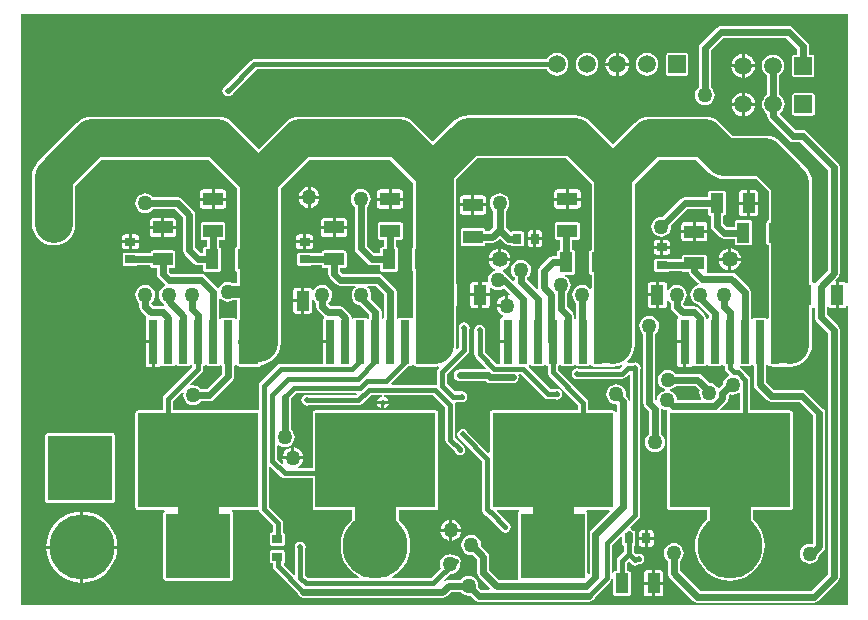
<source format=gbl>
%FSTAX42Y42*%
%MOMM*%
%SFA1B1*%

%IPPOS*%
%ADD11R,1.699997X1.099998*%
%ADD13R,0.699999X0.899998*%
%ADD14R,0.899998X0.699999*%
%ADD16R,1.099998X1.699997*%
%ADD23C,0.449999*%
%ADD24C,0.599999*%
%ADD26C,3.499993*%
%ADD27C,3.249993*%
%ADD28R,1.499997X1.499997*%
%ADD29C,1.499997*%
%ADD30R,5.499989X5.499989*%
%ADD31C,5.499989*%
%ADD32R,5.499989X5.499989*%
%ADD33C,1.349997*%
%ADD34R,1.349997X1.349997*%
%ADD35C,1.269997*%
%ADD36C,0.499999*%
%ADD37C,1.999996*%
%ADD38R,10.249980X7.999984*%
%ADD39R,0.799998X3.699993*%
%ADD40C,0.999998*%
%ADD41R,1.629997X0.749999*%
%ADD42R,1.629997X0.749999*%
%ADD43R,1.499997X0.629999*%
%LNwhey_agr_agr_pcb-1*%
%LPD*%
G36*
X006999Y002723D02*
D01*
X006986Y002721*
X006982Y002727*
X006974Y002733*
X006964Y002735*
X006922*
Y002624*
Y002513*
X006964*
X006974Y002515*
X006982Y002521*
X006986Y002527*
X006999Y002525*
Y0*
X006993Y-000005*
X000002*
X-000005Y000002*
X0Y004999*
X006999*
Y002723*
G37*
%LNwhey_agr_agr_pcb-2*%
%LPC*%
G36*
X000995Y003061D02*
X000937D01*
Y003013*
X000969*
X000979Y003015*
X000987Y003021*
X000993Y003029*
X000995Y003039*
Y003061*
G37*
G36*
X000911D02*
X000853D01*
Y003039*
X000855Y003029*
X000861Y003021*
X000869Y003015*
X000879Y003013*
X000911*
Y003061*
G37*
G36*
X005411Y003085D02*
X005379D01*
X005369Y003083*
X005361Y003077*
X005355Y003069*
X005353Y003059*
Y003037*
X005411*
Y003085*
G37*
G36*
X005469D02*
X005437D01*
Y003037*
X005495*
Y003059*
X005493Y003069*
X005487Y003077*
X005479Y003083*
X005469Y003085*
G37*
G36*
X005495Y003011D02*
X005437D01*
Y002963*
X005469*
X005479Y002965*
X005487Y002971*
X005493Y002979*
X005495Y002989*
Y003011*
G37*
G36*
X005986Y003016D02*
X005975Y003015D01*
X005952Y003005*
X005933Y00299*
X005918Y002971*
X005908Y002948*
X005907Y002937*
X005986*
Y003016*
G37*
G36*
X006091Y002911D02*
X006012D01*
Y002832*
X006023Y002833*
X006046Y002843*
X006065Y002858*
X00608Y002877*
X00609Y0029*
X006091Y002911*
G37*
G36*
X005411Y003011D02*
X005353D01*
Y002989*
X005355Y002979*
X005361Y002971*
X005369Y002965*
X005379Y002963*
X005411*
Y003011*
G37*
G36*
X006012Y003016D02*
Y002937D01*
X006091*
X00609Y002948*
X00608Y002971*
X006065Y00299*
X006046Y003005*
X006023Y003015*
X006012Y003016*
G37*
G36*
X005944Y003504D02*
X005834D01*
X005826Y003503*
X00582Y003498*
X005815Y003492*
X005814Y003484*
Y00345*
X005618*
X005598Y003446*
X005582Y003435*
X005428Y003282*
X005418Y003283*
X005396Y00328*
X005376Y003272*
X005358Y003259*
X005345Y003241*
X005336Y003221*
X005334Y003199*
X005336Y003177*
X005345Y003157*
X005358Y003139*
X005376Y003126*
X005396Y003118*
X005418Y003115*
X00544Y003118*
X005461Y003126*
X005477Y003139*
X005491Y003157*
X005499Y003177*
X005502Y003199*
X005501Y00321*
X005639Y003348*
X005814*
Y003314*
X005815Y003306*
X00582Y0033*
X005826Y003295*
X005834Y003294*
X005838*
Y003209*
X005842Y003189*
X005853Y003173*
X005913Y003113*
X005929Y003102*
X005949Y003098*
X006039*
Y003064*
X00604Y003056*
X006045Y00305*
X006051Y003045*
X006059Y003044*
X006169*
X006177Y003045*
X006183Y00305*
X006188Y003056*
X006189Y003064*
Y003234*
X006188Y003242*
X006183Y003248*
X006177Y003253*
X006169Y003254*
X006059*
X006051Y003253*
X006045Y003248*
X00604Y003242*
X006039Y003234*
Y0032*
X00597*
X00594Y00323*
Y003294*
X005944*
X005952Y003295*
X005958Y0033*
X005963Y003306*
X005964Y003314*
Y003484*
X005963Y003492*
X005958Y003498*
X005952Y003503*
X005944Y003504*
G37*
G36*
X005686Y00324D02*
X005614D01*
X005604Y003238*
X005596Y003232*
X00559Y003224*
X005588Y003214*
Y003172*
X005686*
Y00324*
G37*
G36*
X00131Y003181D02*
X001212D01*
Y003113*
X001284*
X001294Y003115*
X001302Y003121*
X001308Y003129*
X00131Y003139*
Y003181*
G37*
G36*
X005784Y00324D02*
X005712D01*
Y003172*
X00581*
Y003214*
X005808Y003224*
X005802Y003232*
X005794Y003238*
X005784Y00324*
G37*
G36*
X001284Y003275D02*
X001212D01*
Y003207*
X00131*
Y003249*
X001308Y003259*
X001302Y003267*
X001294Y003273*
X001284Y003275*
G37*
G36*
X001186D02*
X001114D01*
X001104Y003273*
X001096Y003267*
X00109Y003259*
X001088Y003249*
Y003207*
X001186*
Y003275*
G37*
G36*
X00581Y003146D02*
X005712D01*
Y003078*
X005784*
X005794Y00308*
X005802Y003086*
X005808Y003094*
X00581Y003104*
Y003146*
G37*
G36*
X005686D02*
X005588D01*
Y003104*
X00559Y003094*
X005596Y003086*
X005604Y00308*
X005614Y003078*
X005686*
Y003146*
G37*
G36*
X000911Y003135D02*
X000879D01*
X000869Y003133*
X000861Y003127*
X000855Y003119*
X000853Y003109*
Y003087*
X000911*
Y003135*
G37*
G36*
X001186Y003181D02*
X001088D01*
Y003139*
X00109Y003129*
X001096Y003121*
X001104Y003115*
X001114Y003113*
X001186*
Y003181*
G37*
G36*
X000969Y003135D02*
X000937D01*
Y003087*
X000995*
Y003109*
X000993Y003119*
X000987Y003127*
X000979Y003133*
X000969Y003135*
G37*
G36*
X00528Y000549D02*
X005232D01*
Y000517*
X005234Y000508*
X005239Y000498*
X005248Y000493*
X005258Y000491*
X00528*
Y000549*
G37*
G36*
X00541Y000291D02*
X005368D01*
Y000193*
X005436*
Y000265*
X005434Y000275*
X005429Y000284*
X00542Y000289*
X00541Y000291*
G37*
G36*
X005354Y000549D02*
X005305D01*
Y000491*
X005328*
X005338Y000493*
X005346Y000498*
X005352Y000508*
X005354Y000517*
Y000549*
G37*
G36*
X000524Y000787D02*
Y000499D01*
X000812*
X000809Y000534*
X000798Y00058*
X00078Y000623*
X000755Y000664*
X000725Y0007*
X000689Y00073*
X000648Y000755*
X000605Y000773*
X000559Y000784*
X000524Y000787*
G37*
G36*
X000499D02*
X000464Y000784D01*
X000418Y000773*
X000375Y000755*
X000334Y00073*
X000298Y0007*
X000268Y000664*
X000243Y000623*
X000225Y00058*
X000214Y000534*
X000211Y000499*
X000499*
Y000787*
G37*
G36*
X005436Y000168D02*
X005368D01*
Y000069*
X00541*
X00542Y000071*
X005429Y000077*
X005434Y000085*
X005436Y000095*
Y000168*
G37*
G36*
X005343D02*
X005274D01*
Y000095*
X005276Y000085*
X005282Y000077*
X00529Y000071*
X0053Y000069*
X005343*
Y000168*
G37*
G36*
X000499Y000474D02*
X000211D01*
X000214Y000439*
X000225Y000393*
X000243Y00035*
X000268Y000309*
X000298Y000273*
X000334Y000243*
X000375Y000218*
X000418Y0002*
X000464Y000189*
X000499Y000186*
Y000474*
G37*
G36*
X005343Y000291D02*
X0053D01*
X00529Y000289*
X005282Y000284*
X005276Y000275*
X005274Y000265*
Y000193*
X005343*
Y000291*
G37*
G36*
X000812Y000474D02*
X000524D01*
Y000186*
X000559Y000189*
X000605Y0002*
X000648Y000218*
X000689Y000243*
X000725Y000273*
X000755Y000309*
X00078Y00035*
X000798Y000393*
X000809Y000439*
X000812Y000474*
G37*
G36*
X005371Y002735D02*
X005329D01*
X005319Y002733*
X005311Y002727*
X005305Y002719*
X005303Y002709*
Y002637*
X005371*
Y002735*
G37*
G36*
Y002611D02*
X005303D01*
Y00254*
X005305Y002529*
X005311Y002521*
X005319Y002515*
X005329Y002513*
X005371*
Y002611*
G37*
G36*
X006366Y004657D02*
X006341Y004654D01*
X006318Y004644*
X006298Y004629*
X006283Y004609*
X006273Y004586*
X00627Y004561*
X006273Y004537*
X006283Y004514*
X006298Y004494*
X006315Y004481*
Y004315*
X0063Y004304*
X006285Y004284*
X006275Y004261*
X006272Y004237*
X006275Y004212*
X006285Y004189*
X0063Y004169*
X006317Y004156*
Y004137*
X006321Y004117*
X006332Y0041*
X0065Y003932*
X006517Y003921*
X006537Y003917*
X006597*
X006829Y003684*
Y002827*
X006732Y00273*
X006725Y00272*
X006722Y002719*
X00671Y00272*
X006708Y002723*
X006702Y002728*
X006695Y002729*
Y003574*
X006691Y00361*
X006681Y003644*
X006664Y003676*
X006641Y003704*
X006429Y003916*
X006401Y003939*
X006369Y003956*
X006335Y003966*
X006299Y00397*
X006025*
X005916Y004079*
X005888Y004101*
X005857Y004118*
X005822Y004129*
X005787Y004132*
X005324*
X005288Y004129*
X005254Y004118*
X005222Y004101*
X005194Y004079*
X005011Y003896*
X004816Y004091*
X004788Y004114*
X004757Y004131*
X004722Y004141*
X004687Y004145*
X003787*
X003751Y004141*
X003716Y004131*
X003685Y004114*
X003657Y004091*
X003487Y003921*
X003329Y004079*
X003302Y004101*
X003269Y004118*
X003235Y004129*
X003199Y004132*
X002362*
X002361*
X002326Y004129*
X002291Y004118*
X00226Y004101*
X002232Y004079*
X002011Y003858*
X001791Y004079*
X001763Y004101*
X001732Y004118*
X001697Y004129*
X001661Y004132*
X000599*
X000563Y004129*
X000529Y004118*
X000497Y004101*
X000469Y004079*
X000144Y003754*
X000122Y003726*
X000105Y003694*
X000094Y00366*
X000091Y003624*
Y003224*
X000094Y003188*
X000105Y003154*
X000122Y003122*
X000144Y003094*
X000172Y003072*
X000204Y003055*
X000238Y003044*
X000274Y003041*
X00031Y003044*
X000344Y003055*
X000376Y003072*
X000404Y003094*
X000426Y003122*
X000443Y003154*
X000454Y003188*
X000457Y003224*
Y003548*
X000675Y003766*
X001586*
X001828Y003523*
Y003029*
X001821Y003028*
X001815Y003023*
X00181Y003017*
X001809Y003009*
Y002839*
X00181Y002831*
X001815Y002825*
X001821Y00282*
X001828Y002819*
Y00272*
X001794*
X001791Y002722*
X001771Y00273*
X001749Y002733*
X001727Y00273*
X001707Y002722*
X001689Y002709*
X001676Y002691*
X001674Y002685*
X00166*
X00156Y002785*
X001544Y002796*
X001524Y0028*
X00127*
X00125Y00282*
Y002849*
X001284*
X001292Y00285*
X001298Y002855*
X001303Y002861*
X001304Y002869*
Y002979*
X001303Y002987*
X001298Y002993*
X001292Y002998*
X001284Y002999*
X001114*
X001106Y002998*
X0011Y002993*
X001095Y002987*
X001094Y002979*
Y002975*
X000981*
X000977Y002978*
X000969Y002979*
X000879*
X000871Y002978*
X000865Y002973*
X00086Y002967*
X000859Y002959*
Y002889*
X00086Y002881*
X000865Y002875*
X000871Y00287*
X000879Y002869*
X000969*
X000977Y00287*
X000981Y002873*
X001094*
Y002869*
X001095Y002861*
X0011Y002855*
X001106Y00285*
X001114Y002849*
X001148*
Y002799*
X001152Y002779*
X001163Y002763*
X001213Y002713*
X001214Y002712*
X001213Y002699*
X001207Y002697*
X001189Y002684*
X001176Y002667*
X001168Y002646*
X001165Y002624*
X001168Y002602*
X001176Y002582*
X001189Y002564*
X001201Y002556*
X001202Y00255*
X001212Y002535*
X00121Y002531*
X001205Y002524*
X001199Y002525*
X00112*
X0011Y002545*
Y002558*
X001109Y002564*
X001122Y002582*
X00113Y002602*
X001133Y002624*
X00113Y002646*
X001122Y002667*
X001109Y002684*
X001091Y002697*
X001071Y002705*
X001049Y002708*
X001027Y002705*
X001007Y002697*
X000989Y002684*
X000976Y002667*
X000968Y002646*
X000965Y002624*
X000968Y002602*
X000976Y002582*
X000989Y002564*
X000998Y002558*
Y002524*
X001002Y002504*
X001013Y002488*
X001059Y002442*
X00106Y002427*
X001054Y002419*
X001052Y002409*
Y002237*
X001118*
Y002224*
X001131*
Y002013*
X001158*
X001168Y002015*
X001176Y002021*
X001177Y002022*
X00119Y002025*
X001192Y002023*
X001197Y00202*
X001205Y002019*
X001285*
X001293Y00202*
X001299Y002025*
X001301Y002028*
X001303*
X001314*
X001316*
X001318Y002025*
X001324Y00202*
X001332Y002019*
X001412*
X00142Y00202*
X001426Y002025*
X001428Y002028*
X00143*
X001441*
X001443*
X001445Y002025*
Y002024*
X001448Y002009*
X001447*
X001212Y001773*
X001203Y001759*
X001199Y001743*
Y001644*
X000987*
X000979Y001643*
X000972Y001638*
X000968Y001632*
X000966Y001624*
Y000824*
X000968Y000816*
X000972Y00081*
X000979Y000805*
X000987Y000804*
X00121*
X001213Y000791*
X00121Y000788*
X001205Y000782*
X001204Y000774*
Y000224*
X001205Y000216*
X00121Y00021*
X001216Y000205*
X001224Y000204*
X001774*
X001782Y000205*
X001788Y00021*
X001793Y000216*
X001794Y000224*
Y000774*
X001793Y000782*
X001788Y000788*
X001785Y000791*
X001788Y000804*
X002011*
X002014Y00079*
X002023Y000776*
X002129Y00067*
Y000611*
X002123*
X002115Y000609*
X002108Y000605*
X002104Y000598*
X002102Y00059*
Y00052*
X002104Y000512*
X002108Y000506*
X002115Y000501*
X002123Y0005*
X002213*
X002221Y000501*
X002227Y000506*
X002232Y000512*
X002233Y00052*
Y00059*
X002232Y000598*
X002227Y000605*
X002221Y000609*
X002216Y00061*
Y000688*
X002213Y000704*
X002203Y000718*
X002097Y000824*
Y001167*
X002109Y001171*
X0022Y001081*
X002214Y001071*
X00223Y001068*
X002466*
Y000824*
X002467Y000816*
X002472Y00081*
X002478Y000805*
X002486Y000804*
X002803*
Y00072*
X00279Y000708*
X00276Y000673*
X002735Y000633*
X002718Y00059*
X002707Y000545*
X002703Y000499*
X002707Y000453*
X002718Y000408*
X002735Y000365*
X00276Y000325*
X00279Y00029*
X002825Y00026*
X002861Y000238*
X002857Y000225*
X002426*
X002405Y000246*
Y000474*
X002407Y000486*
X002404Y000504*
X002394Y000519*
X002379Y000529*
X002361Y000532*
X002344Y000529*
X002329Y000519*
X002319Y000504*
X002316Y000486*
X002318Y000474*
Y000258*
X002306Y000254*
X002221Y000339*
Y000343*
X002222Y000353*
X002227Y000356*
X002232Y000362*
X002233Y00037*
Y00044*
X002232Y000448*
X002227Y000455*
X002221Y000459*
X002213Y000461*
X002123*
X002115Y000459*
X002108Y000455*
X002104Y000448*
X002102Y00044*
Y00037*
X002104Y000362*
X002108Y000356*
X002115Y000351*
X002123Y00035*
X002131*
Y000324*
X002134Y000307*
X002143Y000293*
X002341Y000096*
X002342Y000089*
X002353Y000073*
X002369Y000062*
X002389Y000058*
X003565*
X003585Y000062*
X003601Y000073*
X003639Y000111*
X00372*
X003727Y000102*
X003744Y000089*
X003765Y00008*
X003787Y000077*
X003797Y000079*
X003837Y000039*
X003853Y000028*
X003873Y000024*
X004807*
X004826Y000028*
X004843Y000039*
X004854Y000056*
X004855Y000062*
X004986Y000193*
X004995Y000207*
X004997Y000217*
X00501Y000216*
Y000095*
X005011Y000087*
X005016Y000081*
X005022Y000076*
X00503Y000075*
X00514*
X005148Y000076*
X005155Y000081*
X005159Y000087*
X005161Y000095*
Y000265*
X005159Y000273*
X005155Y00028*
X005148Y000284*
X00514Y000286*
X005129*
Y000355*
X005143Y000369*
X005168Y000343*
X005182Y000334*
X005199Y000331*
X005216Y000334*
X005227Y000341*
X00523*
X005248Y000344*
X005263Y000354*
X005273Y000369*
X005276Y000387*
X005273Y000404*
X005263Y000419*
X005248Y000429*
X00523Y000432*
X005217Y00043*
X005211*
X005207Y000429*
X005186Y000448*
Y000498*
X005192Y000502*
X005197Y000509*
X005198Y000517*
Y000606*
X005197Y000614*
X005192Y000621*
X005186Y000625*
X00518Y000627*
X005173Y000636*
X005161Y000644*
X005156Y000657*
X00523Y000731*
X005239Y000745*
X005242Y000762*
Y001992*
X005245Y002005*
X005241Y002023*
X005231Y002038*
X005217Y002048*
X005199Y002051*
X005186Y002049*
X005137*
X005136Y002048*
X00513Y00206*
X005141Y002069*
X005164Y002097*
X005181Y002129*
X005191Y002163*
X005195Y002199*
Y003561*
X0054Y003766*
X005711*
X005819Y003657*
X005847Y003634*
X005879Y003617*
X005913Y003607*
X005949Y003603*
X006223*
X006328Y003498*
Y003254*
X006321Y003253*
X006315Y003248*
X00631Y003242*
X006309Y003234*
Y003064*
X00631Y003056*
X006315Y00305*
X006321Y003045*
X006328Y003044*
Y002425*
X006326Y002423*
X006324Y00242*
X006322*
X006311*
X006309*
X006307Y002423*
X006301Y002428*
X006293Y002429*
X006213*
X006205Y002428*
X006199Y002423*
X006185Y002422*
X006177Y00243*
Y002647*
X006173Y002667*
X006162Y002683*
X006048Y002798*
X006031Y002809*
X006011Y002812*
X005809*
X005802Y002825*
X005803Y002826*
X005804Y002834*
Y002944*
X005803Y002952*
X005798Y002958*
X005792Y002963*
X005784Y002964*
X005614*
X005606Y002963*
X0056Y002958*
X005595Y002952*
X005594Y002944*
Y002925*
X005481*
X005477Y002928*
X005469Y002929*
X005379*
X005371Y002928*
X005365Y002923*
X00536Y002917*
X005359Y002909*
Y002839*
X00536Y002831*
X005365Y002825*
X005371Y00282*
X005379Y002819*
X005469*
X005477Y00282*
X005481Y002823*
X005597*
X0056Y00282*
X005606Y002815*
X005614Y002814*
X00565*
X005652Y002804*
X005663Y002788*
X005725Y002725*
X005735Y002719*
X005732Y002706*
X005727Y002705*
X005707Y002697*
X005689Y002684*
X005676Y002667*
X005668Y002646*
X005665Y002624*
X005668Y002602*
X005676Y002582*
X005689Y002564*
X005707Y002551*
X005727Y002543*
X00573Y002542*
X005821Y002451*
Y002426*
X005818Y002423*
X005804Y002422*
X005796Y002428*
X005792Y002448*
X005781Y002464*
X005735Y00251*
X005719Y002521*
X005699Y002525*
X00562*
X0056Y002545*
Y002558*
X005609Y002564*
X005622Y002582*
X00563Y002602*
X005633Y002624*
X00563Y002646*
X005622Y002667*
X005609Y002684*
X005591Y002697*
X005571Y002705*
X005549Y002708*
X005527Y002705*
X005507Y002697*
X005489Y002684*
X005478Y002668*
X00547Y002669*
X005465Y002672*
Y002709*
X005463Y002719*
X005457Y002727*
X005449Y002733*
X005439Y002735*
X005397*
Y002624*
Y002513*
X005439*
X005449Y002515*
X005457Y002521*
X005463Y002529*
X005465Y00254*
Y002576*
X00547Y002579*
X005478Y00258*
X005489Y002564*
X005498Y002558*
Y002524*
X005502Y002504*
X005513Y002488*
X005559Y002442*
X00556Y002427*
X005554Y002419*
X005552Y002409*
Y002237*
X005618*
Y002224*
X005631*
Y002013*
X005658*
X005668Y002015*
X005676Y002021*
X005677Y002022*
X00569Y002025*
X005692Y002023*
X005697Y00202*
X005705Y002019*
X005785*
X005793Y00202*
X005799Y002025*
X005801Y002028*
X005803*
X005814*
X005816*
X005818Y002025*
X005824Y00202*
X005832Y002019*
X005912*
X00592Y00202*
X005926Y002025*
X005928Y002028*
X00593*
X005941*
X005943*
X005945Y002025*
X005951Y00202*
X005956Y002019*
Y002005*
X005959Y001989*
X005969Y001975*
X005993Y00195*
X00599Y001938*
X005982Y001934*
X005964Y001921*
X005951Y001905*
X005943Y001883*
X005941Y001869*
X005909Y001838*
X005907Y001837*
X005893Y00184*
X005883Y001852*
X005866Y001866*
X005846Y001874*
X005824Y001877*
X00576Y001941*
X005744Y001952*
X005724Y001956*
X00554*
X005534Y001965*
X005516Y001978*
X005496Y001987*
X005474Y001989*
X005452Y001987*
X005432Y001978*
X005414Y001965*
X005401Y001947*
X005393Y001927*
X00539Y001905*
X005393Y001883*
X005401Y001863*
X005414Y001846*
X005432Y001832*
X00545Y001825*
Y001815*
X005449Y001812*
X005446*
X005426Y001803*
X005408Y00179*
X005395Y001772*
X005386Y001752*
X005385Y00174*
X005371Y001734*
X005369Y001735*
Y002295*
X005377Y002302*
X005391Y002319*
X005399Y00234*
X005402Y002361*
X005399Y002383*
X005391Y002404*
X005377Y002421*
X00536Y002434*
X00534Y002443*
X005318Y002446*
X005296Y002443*
X005276Y002434*
X005258Y002421*
X005245Y002404*
X005236Y002383*
X005234Y002361*
X005236Y00234*
X005245Y002319*
X005258Y002302*
X005267Y002295*
Y001705*
X005271Y001686*
X005282Y001669*
X005314Y001637*
Y00144*
X005305Y001434*
X005292Y001416*
X005283Y001397*
X00528Y001374*
X005283Y001352*
X005292Y001332*
X005305Y001314*
X005323Y001301*
X005343Y001293*
X005365Y00129*
X005386Y001293*
X005407Y001301*
X005424Y001314*
X005438Y001332*
X005446Y001352*
X005449Y001374*
X005446Y001397*
X005438Y001416*
X005424Y001434*
X005416Y00144*
Y001649*
X00542Y001653*
X005428Y001656*
X005446Y001649*
X005463Y001647*
X005469Y001636*
Y001634*
X005468Y001632*
X005466Y001624*
Y000824*
X005468Y000816*
X005472Y00081*
X005479Y000805*
X005487Y000804*
X005803*
Y00072*
X00579Y000708*
X00576Y000673*
X005735Y000633*
X005718Y00059*
X005707Y000545*
X005703Y000499*
X005707Y000453*
X005718Y000408*
X005735Y000365*
X00576Y000325*
X00579Y00029*
X005825Y00026*
X005865Y000235*
X005908Y000218*
X005953Y000207*
X005999Y000203*
X006045Y000207*
X00609Y000218*
X006133Y000235*
X006173Y00026*
X006208Y00029*
X006238Y000325*
X006263Y000365*
X00628Y000408*
X006291Y000453*
X006295Y000499*
X006291Y000545*
X00628Y00059*
X006263Y000633*
X006238Y000673*
X006208Y000708*
X006195Y00072*
Y000804*
X006511*
X006519Y000805*
X006526Y00081*
X00653Y000816*
X006532Y000824*
Y001624*
X00653Y001632*
X006526Y001638*
X006519Y001643*
X006511Y001644*
X006173*
Y001905*
X00617Y001922*
X006161Y001936*
X006099Y001998*
X006087Y002006*
X006089Y002018*
Y002019*
X006166*
X006174Y00202*
X00618Y002025*
X006194Y002026*
X006202Y002018*
Y001864*
X006206Y001844*
X006217Y001828*
X006313Y001732*
X006329Y001721*
X00635Y001717*
X00659*
X006704Y001603*
Y000522*
X006701Y000518*
X006692Y000512*
X006674Y000514*
X006652Y000512*
X006632Y000503*
X006614Y00049*
X006601Y000472*
X006593Y000452*
X00659Y00043*
X006593Y000408*
X006601Y000388*
X006614Y000371*
X006632Y000357*
X006652Y000349*
X006674Y000346*
X006696Y000349*
X006716Y000357*
X006734Y000371*
X006747Y000388*
X006755Y000408*
X006757Y000423*
X006791Y000457*
X006802Y000473*
X006806Y000493*
Y001624*
X006802Y001644*
X006791Y00166*
X006648Y001804*
X006631Y001815*
X006611Y001819*
X00637*
X006304Y001885*
Y002022*
X006307Y002025*
X006309Y002028*
X006311*
X006322*
X006324*
X006326Y002025*
X006332Y00202*
X00634Y002019*
X006352*
X006354Y002018*
X006361Y002016*
X006507*
X006511*
X006547Y002019*
X006582Y00203*
X006613Y002047*
X006641Y002069*
X006664Y002097*
X006681Y002129*
X006691Y002163*
X006695Y002199*
Y002514*
X006706Y00252*
X006717Y002514*
Y002437*
X006721Y002417*
X006732Y0024*
X006829Y002303*
Y000258*
X00669Y000119*
X005745*
X005575Y000289*
Y00037*
X005584Y000377*
X005597Y000394*
X005605Y000415*
X005608Y000437*
X005605Y000458*
X005597Y000479*
X005584Y000496*
X005566Y000509*
X005546Y000518*
X005524Y000521*
X005502Y000518*
X005482Y000509*
X005464Y000496*
X005451Y000479*
X005443Y000458*
X00544Y000437*
X005443Y000415*
X005451Y000394*
X005464Y000377*
X005473Y00037*
Y000268*
X005477Y000248*
X005488Y000232*
X005688Y000032*
X005704Y000021*
X005724Y000017*
X006711*
X006731Y000021*
X006748Y000032*
X006916Y0002*
X006927Y000217*
X006931Y000237*
Y002324*
X006927Y002344*
X006916Y00236*
X006819Y002458*
Y002525*
X006822Y002526*
X006831Y002527*
X006836Y002521*
X006844Y002515*
X006854Y002513*
X006896*
Y002624*
Y002739*
X006893Y002747*
X006916Y00277*
X006927Y002786*
X006931Y002806*
Y003705*
X006927Y003725*
X006916Y003741*
X006654Y004004*
X006637Y004015*
X006618Y004019*
X006558*
X006427Y00415*
Y004162*
X006436Y004169*
X006451Y004189*
X00646Y004212*
X006464Y004237*
X00646Y004261*
X006451Y004284*
X006436Y004304*
X006416Y004319*
Y004481*
X006433Y004494*
X006448Y004514*
X006458Y004537*
X006461Y004561*
X006458Y004586*
X006448Y004609*
X006433Y004629*
X006413Y004644*
X00639Y004654*
X006366Y004657*
G37*
G36*
X005986Y002911D02*
X005907D01*
X005908Y0029*
X005918Y002877*
X005933Y002858*
X005952Y002843*
X005975Y002833*
X005986Y002832*
Y002911*
G37*
G36*
X001049Y003483D02*
X001027Y00348D01*
X001007Y003472*
X000989Y003459*
X000976Y003441*
X000968Y003421*
X000965Y003399*
X000968Y003377*
X000976Y003357*
X000989Y003339*
X001007Y003326*
X001027Y003318*
X001049Y003315*
X001071Y003318*
X001091Y003326*
X001109Y003339*
X001115Y003348*
X001303*
X001373Y003278*
Y002999*
X001377Y002979*
X001388Y002963*
X001463Y002888*
X001479Y002877*
X001499Y002873*
X001539*
Y002839*
X00154Y002831*
X001545Y002825*
X001551Y00282*
X001559Y002819*
X001669*
X001677Y00282*
X001683Y002825*
X001688Y002831*
X001689Y002839*
Y003009*
X001688Y003017*
X001683Y003023*
X001677Y003028*
X001675*
Y003089*
X001709*
X001717Y00309*
X001723Y003095*
X001728Y003101*
X001729Y003109*
Y003219*
X001728Y003227*
X001723Y003233*
X001717Y003238*
X001709Y003239*
X001539*
X001531Y003238*
X001525Y003233*
X00152Y003227*
X001519Y003219*
Y003109*
X00152Y003101*
X001525Y003095*
X001531Y00309*
X001539Y003089*
X001573*
Y003029*
X001559*
X001551Y003028*
X001545Y003023*
X00154Y003017*
X001539Y003009*
Y002975*
X00152*
X001475Y00302*
Y003299*
X001471Y003319*
X00146Y003335*
X00136Y003435*
X001344Y003446*
X001324Y00345*
X001115*
X001109Y003459*
X001091Y003472*
X001071Y00348*
X001049Y003483*
G37*
G36*
X005328Y000632D02*
X005305D01*
Y000574*
X005354*
Y000606*
X005352Y000616*
X005346Y000625*
X005338Y00063*
X005328Y000632*
G37*
G36*
X00528D02*
X005258D01*
X005248Y00063*
X005239Y000625*
X005234Y000616*
X005232Y000606*
Y000574*
X00528*
Y000632*
G37*
G36*
X000774Y001451D02*
X000224D01*
X000216Y00145*
X00021Y001445*
X000205Y001439*
X000204Y001431*
Y000881*
X000205Y000873*
X00021Y000866*
X000216Y000862*
X000224Y00086*
X000774*
X000782Y000862*
X000788Y000866*
X000793Y000873*
X000794Y000881*
Y001431*
X000793Y001439*
X000788Y001445*
X000782Y00145*
X000774Y001451*
G37*
G36*
X001105Y002211D02*
X001052D01*
Y002039*
X001054Y002029*
X00106Y002021*
X001068Y002015*
X001078Y002013*
X001105*
Y002211*
G37*
G36*
X005605D02*
X005552D01*
Y002039*
X005554Y002029*
X00556Y002021*
X005568Y002015*
X005578Y002013*
X005605*
Y002211*
G37*
G36*
X006146Y003386D02*
X006078D01*
Y003314*
X00608Y003304*
X006086Y003296*
X006094Y00329*
X006104Y003288*
X006146*
Y003386*
G37*
G36*
X006099Y004549D02*
X006012D01*
X006014Y004535*
X006024Y004511*
X00604Y00449*
X006061Y004474*
X006085Y004464*
X006099Y004462*
Y004549*
G37*
G36*
X006126Y004336D02*
Y004249D01*
X006213*
X006212Y004263*
X006201Y004287*
X006185Y004308*
X006164Y004324*
X00614Y004334*
X006126Y004336*
G37*
G36*
X006101D02*
X006088Y004334D01*
X006063Y004324*
X006042Y004308*
X006026Y004287*
X006016Y004263*
X006014Y004249*
X006101*
Y004336*
G37*
G36*
X005032Y004561D02*
X004945D01*
X004947Y004548*
X004957Y004523*
X004973Y004502*
X004994Y004486*
X005019Y004476*
X005032Y004474*
Y004561*
G37*
G36*
X006499Y0049D02*
X005924D01*
X005904Y004896*
X005888Y004885*
X00575Y004748*
X005739Y004731*
X005736Y004711*
Y004378*
X005727Y004371*
X005715Y004354*
X005705Y004333*
X005702Y004311*
X005705Y00429*
X005715Y004269*
X005727Y004252*
X005744Y004239*
X005765Y00423*
X005787Y004227*
X005808Y00423*
X005829Y004239*
X005846Y004252*
X005859Y004269*
X005868Y00429*
X005871Y004311*
X005868Y004333*
X005859Y004354*
X005846Y004371*
X005837Y004378*
Y00469*
X005945Y004798*
X006478*
X006569Y004707*
Y004657*
X006545*
X006537Y004655*
X00653Y004651*
X006526Y004644*
X006524Y004637*
Y004487*
X006526Y004479*
X00653Y004472*
X006537Y004468*
X006545Y004466*
X006695*
X006702Y004468*
X006709Y004472*
X006713Y004479*
X006715Y004487*
Y004637*
X006713Y004644*
X006709Y004651*
X006702Y004655*
X006695Y004657*
X00667*
Y004728*
X006667Y004748*
X006656Y004765*
X006535Y004885*
X006519Y004896*
X006499Y0049*
G37*
G36*
X006211Y004549D02*
X006124D01*
Y004462*
X006138Y004464*
X006162Y004474*
X006183Y00449*
X006199Y004511*
X006209Y004535*
X006211Y004549*
G37*
G36*
X006146Y00351D02*
X006104D01*
X006094Y003508*
X006086Y003502*
X00608Y003494*
X006078Y003484*
Y003412*
X006146*
Y00351*
G37*
G36*
X006213Y004224D02*
X006126D01*
Y004137*
X00614Y004139*
X006164Y004149*
X006185Y004165*
X006201Y004186*
X006212Y00421*
X006213Y004224*
G37*
G36*
X006101D02*
X006014D01*
X006016Y00421*
X006026Y004186*
X006042Y004165*
X006063Y004149*
X006088Y004139*
X006101Y004137*
Y004224*
G37*
G36*
X001709Y003515D02*
X001637D01*
Y003447*
X001735*
Y003489*
X001733Y003499*
X001727Y003507*
X001719Y003513*
X001709Y003515*
G37*
G36*
X006214Y00351D02*
X006172D01*
Y003412*
X00624*
Y003484*
X006238Y003494*
X006232Y003502*
X006224Y003508*
X006214Y00351*
G37*
G36*
X001611Y003515D02*
X001539D01*
X001529Y003513*
X001521Y003507*
X001515Y003499*
X001513Y003489*
Y003447*
X001611*
Y003515*
G37*
G36*
X006697Y004332D02*
X006547D01*
X006539Y00433*
X006532Y004326*
X006528Y004319*
X006526Y004311*
Y004161*
X006528Y004154*
X006532Y004147*
X006539Y004143*
X006547Y004141*
X006697*
X006705Y004143*
X006711Y004147*
X006716Y004154*
X006717Y004161*
Y004311*
X006716Y004319*
X006711Y004326*
X006705Y00433*
X006697Y004332*
G37*
G36*
X005145Y004561D02*
X005058D01*
Y004474*
X005071Y004476*
X005096Y004486*
X005117Y004502*
X005133Y004523*
X005143Y004548*
X005145Y004561*
G37*
G36*
X005299Y00467D02*
X005274Y004667D01*
X005251Y004657*
X005231Y004642*
X005216Y004622*
X005207Y004599*
X005203Y004574*
X005207Y004549*
X005216Y004526*
X005231Y004506*
X005251Y004491*
X005274Y004481*
X005299Y004478*
X005324Y004481*
X005347Y004491*
X005367Y004506*
X005382Y004526*
X005392Y004549*
X005395Y004574*
X005392Y004599*
X005382Y004622*
X005367Y004642*
X005347Y004657*
X005324Y004667*
X005299Y00467*
G37*
G36*
X006124Y004661D02*
Y004574D01*
X006211*
X006209Y004588*
X006199Y004612*
X006183Y004633*
X006162Y004649*
X006138Y004659*
X006124Y004661*
G37*
G36*
X005032Y004674D02*
X005019Y004672D01*
X004994Y004662*
X004973Y004646*
X004957Y004625*
X004947Y0046*
X004945Y004587*
X005032*
Y004674*
G37*
G36*
X001611Y003421D02*
X001513D01*
Y003379*
X001515Y003369*
X001521Y003361*
X001529Y003355*
X001539Y003353*
X001611*
Y003421*
G37*
G36*
X005628Y004669D02*
X005478D01*
X00547Y004668*
X005464Y004663*
X005459Y004657*
X005458Y004649*
Y004499*
X005459Y004491*
X005464Y004485*
X00547Y00448*
X005478Y004479*
X005628*
X005636Y00448*
X005642Y004485*
X005647Y004491*
X005648Y004499*
Y004649*
X005647Y004657*
X005642Y004663*
X005636Y004668*
X005628Y004669*
G37*
G36*
X006099Y004661D02*
X006085Y004659D01*
X006061Y004649*
X00604Y004633*
X006024Y004612*
X006014Y004588*
X006012Y004574*
X006099*
Y004661*
G37*
G36*
X005058Y004674D02*
Y004587D01*
X005145*
X005143Y0046*
X005133Y004625*
X005117Y004646*
X005096Y004662*
X005071Y004672*
X005058Y004674*
G37*
G36*
X004791Y00467D02*
X004766Y004667D01*
X004743Y004657*
X004723Y004642*
X004708Y004622*
X004699Y004599*
X004695Y004574*
X004699Y004549*
X004708Y004526*
X004723Y004506*
X004743Y004491*
X004766Y004481*
X004791Y004478*
X004816Y004481*
X004839Y004491*
X004859Y004506*
X004874Y004526*
X004884Y004549*
X004887Y004574*
X004884Y004599*
X004874Y004622*
X004859Y004642*
X004839Y004657*
X004816Y004667*
X004791Y00467*
G37*
G36*
X004537D02*
X004512Y004667D01*
X004489Y004657*
X004469Y004642*
X004454Y004622*
X004452Y004617*
X001974*
X001957Y004614*
X001943Y004605*
X001727Y004389*
X001717Y004381*
X001707Y004367*
X001703Y004349*
X001707Y004331*
X001717Y004318*
X001731Y004307*
X001749Y004303*
X001767Y004307*
X001781Y004318*
X001789Y004327*
X001992Y004531*
X004452*
X004454Y004526*
X004469Y004506*
X004489Y004491*
X004512Y004481*
X004537Y004478*
X004562Y004481*
X004585Y004491*
X004605Y004506*
X00462Y004526*
X00463Y004549*
X004633Y004574*
X00463Y004599*
X00462Y004622*
X004605Y004642*
X004585Y004657*
X004562Y004667*
X004537Y00467*
G37*
G36*
X001735Y003421D02*
X001637D01*
Y003353*
X001709*
X001719Y003355*
X001727Y003361*
X001733Y003369*
X001735Y003379*
Y003421*
G37*
G36*
X00624Y003386D02*
X006172D01*
Y003288*
X006214*
X006224Y00329*
X006232Y003296*
X006238Y003304*
X00624Y003314*
Y003386*
G37*
%LNwhey_agr_agr_pcb-3*%
%LPD*%
G36*
X004828Y003561D02*
Y003004D01*
X004821Y003003*
X004815Y002998*
X00481Y002992*
X004809Y002984*
Y002814*
X00481Y002806*
X004815Y0028*
X004821Y002795*
X004828Y002794*
Y002679*
X004815Y002675*
X004809Y002684*
X004791Y002697*
X004771Y002705*
X004749Y002708*
X004727Y002705*
X004707Y002697*
X004689Y002684*
X004676Y002667*
X004668Y002646*
X004665Y002624*
X004668Y002602*
X004676Y002582*
X004689Y002564*
X004699Y002558*
Y002425*
X00469Y002422*
X004685*
X004677Y00243*
Y002447*
X004673Y002467*
X004662Y002483*
X004619Y002526*
Y002639*
X004627Y002646*
X004641Y002663*
X004649Y002683*
X004652Y002705*
X004649Y002727*
X004641Y002747*
X004627Y002765*
X00461Y002778*
X004603Y002781*
X004606Y002794*
X004669*
X004677Y002795*
X004683Y0028*
X004688Y002806*
X004689Y002814*
Y002984*
X004688Y002992*
X004683Y002998*
X004677Y003003*
X004669Y003004*
X004665*
Y003089*
X004709*
X004717Y00309*
X004723Y003095*
X004728Y003101*
X004729Y003109*
Y003219*
X004728Y003227*
X004723Y003233*
X004717Y003238*
X004709Y003239*
X004539*
X004531Y003238*
X004525Y003233*
X00452Y003227*
X004519Y003219*
Y003109*
X00452Y003101*
X004525Y003095*
X004531Y00309*
X004539Y003089*
X004563*
Y003004*
X004559*
X004551Y003003*
X004545Y002998*
X00454Y002992*
X004539Y002984*
Y00295*
X004499*
X004479Y002946*
X004463Y002935*
X004388Y00286*
X004377Y002844*
X004373Y002824*
Y002688*
X004376Y002675*
X004364Y002669*
X004281Y002751*
Y00277*
X00429Y002777*
X004303Y002794*
X004312Y002815*
X004314Y002837*
X004312Y002858*
X004303Y002879*
X00429Y002896*
X004272Y002909*
X004252Y002918*
X00423Y002921*
X004208Y002918*
X004188Y002909*
X004171Y002896*
X004157Y002879*
X004149Y002858*
X004146Y002837*
X004149Y002815*
X004157Y002794*
X004171Y002777*
X004179Y00277*
Y002746*
X004167Y002741*
X004123Y002785*
X004106Y002796*
X004096Y002809*
X004079Y002822*
Y002836*
X004096Y002843*
X004115Y002858*
X00413Y002877*
X00414Y0029*
X004141Y002911*
X003957*
X003958Y0029*
X003968Y002877*
X003983Y002858*
X004002Y002843*
X004007Y002841*
Y002827*
X003994Y002822*
X003977Y002809*
X003964Y002791*
X003955Y002771*
X003952Y002749*
X003953Y002744*
X003941Y002734*
X003939Y002735*
X003897*
Y002637*
X003965*
Y002685*
X003973Y002688*
X003978Y002689*
X003994Y002676*
X004015Y002668*
X004037Y002665*
X004058Y002668*
X004079Y002676*
X004084Y00268*
X004134Y00263*
X004128Y002618*
X004124*
Y00253*
X004111*
Y002518*
X004024*
X004025Y002507*
X004034Y002485*
X004048Y002467*
X004067Y002453*
X004075Y002449*
Y002447*
X004068Y002433*
X00406Y002427*
X004054Y002419*
X004052Y002409*
Y002237*
X004118*
Y002211*
X004052*
Y00204*
X004019*
X003924Y002136*
Y002311*
X003926Y002324*
X003923Y002342*
X003913Y002356*
X003898Y002366*
X00388Y00237*
X003863Y002366*
X003848Y002356*
X003838Y002342*
X003834Y002324*
X003837Y002311*
Y002118*
X00384Y002101*
X00385Y002087*
X003931Y002005*
X003926Y001994*
X003711*
X003692Y00199*
X003675Y001979*
X003664Y001962*
X003661Y001943*
X003664Y001923*
X003675Y001907*
X003679Y001905*
X003694Y001894*
X003711Y001891*
X003717Y001892*
X003932*
X003935Y001888*
X003952Y001877*
X003971Y001873*
X004161*
X004181Y001877*
X004198Y001888*
X004209Y001905*
X004212Y001924*
X004209Y00194*
X004215Y001951*
X004228Y001952*
X004431Y00175*
X004445Y00174*
X004461Y001737*
X004524*
X004537Y001734*
X004554Y001738*
X004569Y001748*
X004579Y001763*
X004582Y00178*
X004579Y001798*
X004569Y001813*
X004554Y001823*
X004537Y001826*
X004524Y001824*
X004479*
X004295Y002008*
Y00201*
X004298Y002023*
X004299Y002025*
X004301Y002028*
X004303*
X004314*
X004316*
X004318Y002025*
X004324Y00202*
X004332Y002019*
X004412*
X00442Y00202*
X004426Y002025*
X004428Y002028*
X00443*
X004441*
X004443*
X004445Y002025*
X004451Y00202*
X004456Y002019*
Y001968*
X004459Y001951*
X004468Y001937*
X004712Y001694*
Y001644*
X003987*
X003979Y001643*
X003972Y001638*
X003968Y001632*
X003966Y001624*
Y001291*
X003954Y001286*
X003778Y001462*
X003771Y001473*
X003756Y001483*
X003739Y001486*
X003721Y001483*
X003706Y001473*
X003696Y001458*
X003693Y001441*
X003696Y001423*
X003706Y001408*
X003717Y001401*
X003901Y001217*
Y000806*
X003904Y00079*
X003913Y000776*
X003938Y000751*
X00395Y000743*
X004059Y000635*
X004067Y000623*
X004081Y000613*
X004099Y000609*
X004117Y000613*
X004131Y000623*
X004141Y000638*
X004145Y000655*
X004141Y000673*
X004131Y000688*
X004121Y000695*
X004024Y000792*
X004029Y000804*
X00421*
X004213Y000791*
X00421Y000788*
X004205Y000782*
X004204Y000774*
Y000224*
X004205Y000219*
X0042Y00021*
X004197Y000206*
X004045*
X003962Y000289*
Y000405*
X003959Y000425*
X003948Y000441*
X003894Y000495*
X003896Y000505*
X003893Y000527*
X003884Y000547*
X003871Y000565*
X003854Y000578*
X003833Y000587*
X003811Y000589*
X00379Y000587*
X003769Y000578*
X003752Y000565*
X003739Y000547*
X00373Y000527*
X003727Y000505*
X00373Y000483*
X003739Y000463*
X003752Y000446*
X003769Y000432*
X00379Y000424*
X003811Y000421*
X003822Y000422*
X003861Y000384*
Y000268*
X003864Y000248*
X003875Y000232*
X003969Y000138*
X003964Y000127*
X003894*
X003869Y000151*
X003871Y000161*
X003868Y000183*
X003859Y000204*
X003846Y000221*
X003829Y000234*
X003808Y000243*
X003787Y000246*
X003765Y000243*
X003744Y000234*
X003727Y000221*
X00372Y000212*
X003618*
X003598Y000209*
X003586Y0002*
X003578Y00021*
X003627Y000259*
X00363*
X003652Y000261*
X003672Y00027*
X00369Y000283*
X003703Y000301*
X003712Y000321*
X003714Y000343*
Y000349*
X003717Y000354*
X003721Y000371*
X003717Y000387*
X003708Y000401*
X003694Y000411*
X003677Y000414*
X003675*
X003672Y000416*
X003652Y000424*
X00363Y000427*
X003608Y000424*
X003588Y000416*
X003571Y000402*
X003557Y000385*
X003549Y000365*
X003546Y000343*
X003549Y000321*
X003554Y000309*
X00347Y000225*
X003141*
X003137Y000238*
X003173Y00026*
X003208Y00029*
X003238Y000325*
X003263Y000365*
X00328Y000408*
X003291Y000453*
X003295Y000499*
X003291Y000545*
X00328Y00059*
X003263Y000633*
X003238Y000673*
X003208Y000708*
X003195Y00072*
Y000804*
X003511*
X003519Y000805*
X003526Y00081*
X00353Y000816*
X003532Y000824*
Y001624*
X00353Y001632*
X003526Y001638*
X003519Y001643*
X003511Y001644*
X002486*
X002478Y001643*
X002472Y001638*
X002467Y001632*
X002466Y001624*
Y001155*
X002351*
X002347Y001168*
X002362Y001179*
X002377Y001198*
X002386Y00122*
X002387Y00123*
X002211*
X002212Y00122*
X00222Y001201*
X002209Y001194*
X002168Y001235*
Y001345*
X00218Y001351*
X002188Y001345*
X002208Y001336*
X00223Y001334*
X002252Y001336*
X002272Y001345*
X00229Y001358*
X002303Y001376*
X002312Y001397*
X002314Y001418*
X002312Y00144*
X002303Y00146*
X00229Y001477*
X002281Y001484*
Y001745*
X002329Y001793*
X002838*
X002843Y001782*
X002836Y001774*
X002431*
X002418Y001776*
X0024Y001773*
X002385Y001763*
X002375Y001748*
X002372Y00173*
X002375Y001713*
X002385Y001698*
X0024Y001688*
X002418Y001684*
X002431Y001687*
X002855*
X002872Y00169*
X002886Y0017*
X00296Y001774*
X003053*
X003054Y001761*
X003042Y001759*
X003025Y001748*
X003014Y001731*
X003013Y001724*
X00311*
X003109Y001731*
X003098Y001748*
X003081Y001759*
X003069Y001761*
X00307Y001774*
X003488*
X003589Y001672*
Y001397*
X003593Y00138*
X003602Y001366*
X003668Y0013*
X003669Y001294*
X003679Y001279*
X003694Y00127*
X003711Y001266*
X003729Y00127*
X003744Y001279*
X003754Y001294*
X003757Y001311*
X003754Y001329*
X003752Y001332*
Y001334*
X003742Y001348*
X003676Y001415*
Y00169*
X003673Y001705*
X003674Y001709*
X003679Y001718*
X003717*
X00373Y001716*
X003748Y001719*
X003763Y001729*
X003773Y001744*
X003776Y001761*
X003773Y001779*
X003763Y001794*
X003748Y001804*
X00373Y001807*
X003717Y001805*
X003671*
X003605Y001871*
Y001951*
X00378Y002126*
X003789Y00214*
X003792Y002156*
Y00233*
X003795Y002343*
X003791Y00236*
X003781Y002375*
X003767Y002385*
X003749Y002389*
X003731Y002385*
X003717Y002375*
X003707Y00236*
X003703Y002343*
X003706Y00233*
Y002174*
X003693Y002162*
X003681Y002167*
X003684Y002198*
Y002525*
X003688Y002531*
X003689Y00254*
Y002709*
X003688Y002717*
X003684Y002723*
Y003599*
X003862Y003778*
X004611*
X004828Y003561*
G37*
G36*
X003075Y002626D02*
Y002426D01*
X003071Y002423*
X003058Y002422*
X00305Y00243*
Y002474*
X003046Y002494*
X003035Y00251*
X002958Y002587*
X002962Y002596*
X002964Y002618*
X002962Y00264*
X002953Y00266*
X00294Y002677*
X002929Y002685*
X002934Y002698*
X003003*
X003075Y002626*
G37*
G36*
X003317Y003572D02*
Y003025D01*
X003315Y003023*
X00331Y003017*
X003309Y003009*
Y002839*
X00331Y002831*
X003315Y002825*
X003317Y002823*
Y002431*
X003314Y002429*
X003304Y002425*
X003302Y002428*
X003293Y002429*
X003213*
X003205Y002428*
X003198Y002423*
X003185Y002422*
X003177Y00243*
Y002647*
X003173Y002667*
X003162Y002683*
X00306Y002785*
X003044Y002796*
X003024Y0028*
X00272*
X0027Y00282*
Y002849*
X002734*
X002742Y00285*
X002748Y002855*
X002753Y002861*
X002754Y002869*
Y002979*
X002753Y002987*
X002748Y002993*
X002742Y002998*
X002734Y002999*
X002564*
X002556Y002998*
X00255Y002993*
X002545Y002987*
X002544Y002979*
Y002975*
X002456*
X002452Y002978*
X002444Y002979*
X002354*
X002346Y002978*
X00234Y002973*
X002335Y002967*
X002334Y002959*
Y002889*
X002335Y002881*
X00234Y002875*
X002346Y00287*
X002354Y002869*
X002444*
X002452Y00287*
X002456Y002873*
X002544*
Y002869*
X002545Y002861*
X00255Y002855*
X002556Y00285*
X002564Y002849*
X002598*
Y002799*
X002602Y002779*
X002613Y002763*
X002663Y002713*
X002679Y002702*
X002699Y002698*
X002827*
X002831Y002685*
X002821Y002677*
X002807Y00266*
X002799Y00264*
X002796Y002618*
X002799Y002596*
X002807Y002576*
X002821Y002558*
X002838Y002545*
X002858Y002536*
X002865Y002535*
X002948Y002453*
Y002426*
X002944Y002423*
X002942Y00242*
X002941*
X00293*
X002928*
X002926Y002423*
X002921Y002428*
X002912Y002429*
X002832*
X002824Y002428*
X002817Y002423*
X002804Y002422*
X002796Y002428*
X002792Y002448*
X002781Y002464*
X002735Y00251*
X002719Y002521*
X002699Y002525*
X00262*
X0026Y002545*
Y002558*
X002609Y002564*
X002622Y002582*
X00263Y002602*
X002633Y002624*
X00263Y002646*
X002622Y002667*
X002609Y002684*
X002591Y002697*
X002571Y002705*
X002549Y002708*
X002527Y002705*
X002507Y002697*
X002489Y002684*
X002476Y002667*
X002475*
X002463Y002668*
Y002669*
X002457Y002677*
X002449Y002683*
X002439Y002685*
X002397*
Y002574*
Y002463*
X002439*
X002449Y002465*
X002457Y002471*
X002463Y002479*
X002465Y002489*
Y002576*
X00247Y002579*
X002478Y00258*
X002489Y002564*
X002498Y002558*
Y002524*
X002502Y002504*
X002513Y002488*
X002559Y002442*
Y002427*
X002554Y002419*
X002552Y002409*
Y002237*
X002618*
Y002211*
X002552*
Y00204*
X002197*
X00218Y002037*
X002166Y002027*
X002023Y001885*
X002014Y001871*
X002011Y001854*
Y001644*
X001286*
Y001725*
X001359Y001797*
X001373Y001795*
X001374Y001794*
X001371Y001774*
X001374Y001752*
X001382Y001732*
X001397Y001714*
X001413Y001701*
X001433Y001693*
X001455Y00169*
X001477Y001693*
X001497Y001701*
X001515Y001714*
X001521Y001723*
X001593*
X001612Y001727*
X001629Y001738*
X001789Y001898*
X0018Y001915*
X001804Y001934*
Y002022*
X001807Y002025*
X001809Y002028*
X001811*
X001822*
X001824*
X001826Y002025*
X001832Y00202*
X00184Y002019*
X001841Y002018*
X001849Y002016*
X002011*
X002019Y002018*
X002026Y002022*
X00203Y002029*
X002032Y00203*
X002047Y002032*
X002082Y002042*
X002113Y002059*
X002141Y002082*
X002164Y00211*
X002181Y002141*
X002191Y002176*
X002195Y002211*
Y003523*
X002437Y003766*
X003123*
X003317Y003572*
G37*
G36*
X006087Y001788D02*
Y001644D01*
X005925*
X00592Y001656*
X005974Y00171*
X005985Y001726*
X005988Y001746*
Y001773*
X005998Y001782*
X006002Y00178*
X006024Y001778*
X006046Y00178*
X006066Y001789*
X006074Y001795*
X006087Y001788*
G37*
G36*
X00157Y002028D02*
X001572Y002025D01*
X001578Y00202*
X001586Y002019*
X001666*
X001674Y00202*
X00168Y002025*
X001694Y002026*
X001702Y002018*
Y001955*
X001572Y001825*
X001521*
X001515Y001834*
X001497Y001847*
X001477Y001855*
X001455Y001858*
X001435Y001856*
X001434Y001857*
X001432Y001871*
X00153Y001968*
X001539Y001982*
X001542Y001999*
Y002019*
X001547Y00202*
X001553Y002025*
X001555Y002028*
X001557*
X001568*
X00157*
G37*
G36*
X005087Y000572D02*
Y000517D01*
X005089Y000509*
X005093Y000502*
X005099Y000498*
Y000448*
X005055Y000403*
X005045Y000389*
X005042Y000373*
Y000286*
X00503*
X005022Y000284*
X005016Y00028*
X005011Y000273*
Y000272*
X004999Y000274*
Y0005*
X005076Y000577*
X005087Y000572*
G37*
G36*
X005743Y001815D02*
D01*
X00574Y001793*
X005743Y001771*
X005751Y001751*
X005757Y001743*
X005751Y00173*
X005552*
X005549Y001752*
X005541Y001772*
X005527Y00179*
X00551Y001803*
X005492Y001811*
Y00182*
Y001823*
X005496Y001824*
X005516Y001832*
X005534Y001846*
X00554Y001854*
X005703*
X005743Y001815*
G37*
G36*
X005089Y002019D02*
X005069Y001999D01*
X004718*
X004705Y002001*
X004688Y001998*
X004673Y001988*
X004663Y001973*
X004659Y001955*
X004663Y001938*
X004673Y001923*
X004688Y001913*
X004705Y001909*
X004718Y001912*
X005086*
X005103Y001915*
X005117Y001925*
X005143Y00195*
X005156Y001945*
Y001729*
X005143Y001728*
X00514Y001744*
X005129Y00176*
X005119Y00177*
X005121Y00178*
X005118Y001802*
X005109Y001822*
X005096Y00184*
X00508Y001853*
X005058Y001862*
X005037Y001864*
X005015Y001862*
X004994Y001853*
X004977Y00184*
X004964Y001822*
X004955Y001802*
X004953Y00178*
X004955Y001758*
X004964Y001738*
X004977Y001721*
X004994Y001707*
X005015Y001699*
X005037Y001696*
X005042Y001691*
Y001636*
X005037Y001634*
X005029*
X005026Y001638*
X005019Y001643*
X005011Y001644*
X004799*
Y001711*
X004795Y001728*
X004786Y001742*
X004542Y001986*
Y002019*
X004547Y00202*
X004553Y002025*
X004555Y002028*
X004557*
X004568*
X00457*
X004572Y002025*
X004578Y00202*
X004586Y002019*
X004666*
X004674Y00202*
X00468Y002025*
X004682Y002028*
X004684*
X004695*
X004697*
X004699Y002025*
X004705Y00202*
X004713Y002019*
X004793*
X004801Y00202*
X004807Y002025*
X004809Y002028*
X004811*
X004822*
X004824*
X004826Y002025*
X004832Y00202*
X00484Y002019*
X004841Y002018*
X004849Y002016*
X004999*
X005001Y002017*
X005011Y002016*
X005047Y002019*
X005082Y00203*
X005089Y002019*
G37*
G36*
X001707Y002576D02*
X001727Y002568D01*
X001749Y002565*
X001771Y002568*
X001791Y002576*
X001794Y002578*
X001828*
Y002425*
X001826Y002423*
X001824Y00242*
X001822*
X001811*
X001809*
X001807Y002423*
X001801Y002428*
X001793Y002429*
X001713*
X001705Y002428*
X001699Y002423*
X001685Y002422*
X001677Y00243*
Y002586*
X001685Y002589*
X00169*
X001707Y002576*
G37*
G36*
X003323Y002028D02*
X003325Y002025D01*
X003332Y00202*
X00334Y002019*
X003341Y002018*
X003349Y002016*
X003481*
X0035Y002014*
X003531Y002017*
X003536Y002005*
X003531Y001999*
X003521Y001985*
X003518Y001969*
Y001868*
X003508Y00186*
X003506Y001861*
X003138*
X003133Y001874*
X003278Y002019*
X003293*
X003302Y00202*
X003307Y002025*
X003309Y002028*
X003311*
X003322*
X003323*
G37*
G36*
X004982Y000792D02*
X004826Y000635D01*
X004814Y000619*
X004811Y000599*
Y000261*
X004807Y000259*
X004794Y000266*
Y000774*
X004793Y000782*
X004788Y000788*
X004785Y000791*
X004788Y000804*
X004977*
X004982Y000792*
G37*
%LNwhey_agr_agr_pcb-4*%
%LPC*%
G36*
X003624Y000718D02*
X003613Y000717D01*
X003592Y000708*
X003573Y000694*
X003559Y000675*
X00355Y000653*
X003549Y000643*
X003624*
Y000718*
G37*
G36*
X004611Y003421D02*
X004513D01*
Y003379*
X004515Y003369*
X004521Y003361*
X004529Y003355*
X004539Y003353*
X004611*
Y003421*
G37*
G36*
X003624Y000618D02*
X003549D01*
X00355Y000607*
X003559Y000585*
X003573Y000567*
X003592Y000553*
X003613Y000544*
X003624Y000542*
Y000618*
G37*
G36*
X003724D02*
X003649D01*
Y000542*
X00366Y000544*
X003681Y000553*
X0037Y000567*
X003714Y000585*
X003723Y000607*
X003724Y000618*
G37*
G36*
X003649Y000718D02*
Y000643D01*
X003724*
X003723Y000653*
X003714Y000675*
X0037Y000694*
X003681Y000708*
X00366Y000717*
X003649Y000718*
G37*
G36*
X003049Y001699D02*
X003013D01*
X003014Y001692*
X003025Y001675*
X003042Y001664*
X003049Y001663*
Y001699*
G37*
G36*
X00311D02*
X003074D01*
Y001663*
X003081Y001664*
X003098Y001675*
X003109Y001692*
X00311Y001699*
G37*
G36*
X002312Y001331D02*
Y001255D01*
X002387*
X002386Y001266*
X002377Y001288*
X002362Y001306*
X002344Y00132*
X002322Y001329*
X002312Y001331*
G37*
G36*
X004735Y003421D02*
X004637D01*
Y003353*
X004709*
X004719Y003355*
X004727Y003361*
X004733Y003369*
X004735Y003379*
Y003421*
G37*
G36*
X002286Y001331D02*
X002276Y001329D01*
X002254Y00132*
X002236Y001306*
X002221Y001288*
X002212Y001266*
X002211Y001255*
X002286*
Y001331*
G37*
G36*
X003935Y003371D02*
X003837D01*
Y003303*
X003909*
X003919Y003305*
X003927Y003311*
X003933Y003319*
X003935Y003329*
Y003371*
G37*
G36*
X004049Y003483D02*
X004027Y00348D01*
X004007Y003472*
X003989Y003459*
X003976Y003441*
X003968Y003421*
X003965Y003399*
X003968Y003377*
X003976Y003357*
X003989Y003339*
X003998Y003333*
Y003195*
X003968Y003165*
X003929*
Y003169*
X003928Y003177*
X003923Y003183*
X003917Y003188*
X003909Y003189*
X003739*
X003731Y003188*
X003725Y003183*
X00372Y003177*
X003719Y003169*
Y003059*
X00372Y003051*
X003725Y003045*
X003731Y00304*
X003739Y003039*
X003909*
X003917Y00304*
X003923Y003045*
X003928Y003051*
X003929Y003059*
Y003063*
X003989*
X004009Y003067*
X004025Y003078*
X004049Y003102*
X004088Y003063*
X004104Y003052*
X004124Y003048*
X004145*
Y003046*
X00415Y00304*
X004156Y003035*
X004164Y003034*
X004234*
X004242Y003035*
X004248Y00304*
X004253Y003046*
X004254Y003054*
Y003144*
X004253Y003152*
X004248Y003158*
X004242Y003163*
X004234Y003164*
X004164*
X004156Y003163*
X00415Y003158*
X004135Y00316*
X0041Y003195*
Y003333*
X004109Y003339*
X004122Y003357*
X00413Y003377*
X004133Y003399*
X00413Y003421*
X004122Y003441*
X004109Y003459*
X004091Y003472*
X004071Y00348*
X004049Y003483*
G37*
G36*
X003811Y003371D02*
X003713D01*
Y003329*
X003715Y003319*
X003721Y003311*
X003729Y003305*
X003739Y003303*
X003811*
Y003371*
G37*
G36*
X004336Y00317D02*
X004314D01*
X004304Y003168*
X004296Y003162*
X00429Y003154*
X004288Y003144*
Y003112*
X004336*
Y00317*
G37*
G36*
X004384D02*
X004362D01*
Y003112*
X00441*
Y003144*
X004408Y003154*
X004402Y003162*
X004394Y003168*
X004384Y00317*
G37*
G36*
X003871Y002735D02*
X003829D01*
X003819Y002733*
X003811Y002727*
X003805Y002719*
X003803Y002709*
Y002637*
X003871*
Y002735*
G37*
G36*
X004099Y002618D02*
X004088Y002617D01*
X004067Y002608*
X004048Y002594*
X004034Y002575*
X004025Y002553*
X004024Y002543*
X004099*
Y002618*
G37*
G36*
X003965Y002611D02*
X003897D01*
Y002513*
X003939*
X003949Y002515*
X003957Y002521*
X003963Y002529*
X003965Y00254*
Y002611*
G37*
G36*
X004709Y003515D02*
X004637D01*
Y003447*
X004735*
Y003489*
X004733Y003499*
X004727Y003507*
X004719Y003513*
X004709Y003515*
G37*
G36*
X004062Y003016D02*
Y002937D01*
X004141*
X00414Y002948*
X00413Y002971*
X004115Y00299*
X004096Y003005*
X004073Y003015*
X004062Y003016*
G37*
G36*
X004036D02*
X004025Y003015D01*
X004002Y003005*
X003983Y00299*
X003968Y002971*
X003958Y002948*
X003957Y002937*
X004036*
Y003016*
G37*
G36*
X003871Y002611D02*
X003803D01*
Y00254*
X003805Y002529*
X003811Y002521*
X003819Y002515*
X003829Y002513*
X003871*
Y002611*
G37*
G36*
X003909Y003465D02*
X003837D01*
Y003397*
X003935*
Y003439*
X003933Y003449*
X003927Y003457*
X003919Y003463*
X003909Y003465*
G37*
G36*
X00441Y003086D02*
X004362D01*
Y003028*
X004384*
X004394Y00303*
X004402Y003036*
X004408Y003044*
X00441Y003054*
Y003086*
G37*
G36*
X003811Y003465D02*
X003739D01*
X003729Y003463*
X003721Y003457*
X003715Y003449*
X003713Y003439*
Y003397*
X003811*
Y003465*
G37*
G36*
X004336Y003086D02*
X004288D01*
Y003054*
X00429Y003044*
X004296Y003036*
X004304Y00303*
X004314Y003028*
X004336*
Y003086*
G37*
G36*
X004611Y003515D02*
X004539D01*
X004529Y003513*
X004521Y003507*
X004515Y003499*
X004513Y003489*
Y003447*
X004611*
Y003515*
G37*
G36*
X002386Y003135D02*
X002354D01*
X002344Y003133*
X002336Y003127*
X00233Y003119*
X002328Y003109*
Y003087*
X002386*
Y003135*
G37*
G36*
X003235Y003421D02*
X003137D01*
Y003353*
X003209*
X003219Y003355*
X003227Y003361*
X003233Y003369*
X003235Y003379*
Y003421*
G37*
G36*
X002636Y003275D02*
X002564D01*
X002554Y003273*
X002546Y003267*
X00254Y003259*
X002538Y003249*
Y003207*
X002636*
Y003275*
G37*
G36*
X002734D02*
X002662D01*
Y003207*
X00276*
Y003249*
X002758Y003259*
X002752Y003267*
X002744Y003273*
X002734Y003275*
G37*
G36*
X00276Y003181D02*
X002662D01*
Y003113*
X002734*
X002744Y003115*
X002752Y003121*
X002758Y003129*
X00276Y003139*
Y003181*
G37*
G36*
X002444Y003135D02*
X002413D01*
Y003087*
X00247*
Y003109*
X002468Y003119*
X002462Y003127*
X002454Y003133*
X002444Y003135*
G37*
G36*
X002636Y003181D02*
X002538D01*
Y003139*
X00254Y003129*
X002546Y003121*
X002554Y003115*
X002564Y003113*
X002636*
Y003181*
G37*
G36*
X003111Y003421D02*
X003013D01*
Y003379*
X003015Y003369*
X003021Y003361*
X003029Y003355*
X003039Y003353*
X003111*
Y003421*
G37*
G36*
X002371Y002685D02*
X002329D01*
X002319Y002683*
X002311Y002677*
X002305Y002669*
X002303Y002659*
Y002587*
X002371*
Y002685*
G37*
G36*
X002424Y003537D02*
X002413Y003536D01*
X002392Y003527*
X002373Y003512*
X002359Y003494*
X00235Y003472*
X002349Y003462*
X002424*
Y003537*
G37*
G36*
X002874Y003521D02*
X002852Y003518D01*
X002832Y003509*
X002814Y003496*
X002801Y003479*
X002794Y003458*
X00279Y003437*
X002794Y003415*
X002801Y003394*
X002814Y003377*
X002823Y00337*
Y003018*
X002827Y002998*
X002838Y002982*
X002932Y002888*
X002948Y002877*
X002968Y002873*
X003039*
Y002839*
X00304Y002831*
X003045Y002825*
X003051Y00282*
X003059Y002819*
X003169*
X003177Y00282*
X003183Y002825*
X003188Y002831*
X003189Y002839*
Y003009*
X003188Y003017*
X003183Y003023*
X003177Y003028*
X003175*
Y003089*
X003209*
X003217Y00309*
X003223Y003095*
X003228Y003101*
X003229Y003109*
Y003219*
X003228Y003227*
X003223Y003233*
X003217Y003238*
X003209Y003239*
X003039*
X003031Y003238*
X003025Y003233*
X00302Y003227*
X003019Y003219*
Y003109*
X00302Y003101*
X003025Y003095*
X003031Y00309*
X003039Y003089*
X003073*
Y003029*
X003059*
X003051Y003028*
X003045Y003023*
X00304Y003017*
X003039Y003009*
Y002975*
X002989*
X002925Y003039*
Y00337*
X002934Y003377*
X002947Y003394*
X002955Y003415*
X002958Y003437*
X002955Y003458*
X002947Y003479*
X002934Y003496*
X002916Y003509*
X002896Y003518*
X002874Y003521*
G37*
G36*
X002449Y003537D02*
Y003462D01*
X002524*
X002523Y003472*
X002514Y003494*
X0025Y003512*
X002481Y003527*
X00246Y003536*
X002449Y003537*
G37*
G36*
X003209Y003515D02*
X003137D01*
Y003447*
X003235*
Y003489*
X003233Y003499*
X003227Y003507*
X003219Y003513*
X003209Y003515*
G37*
G36*
X002424Y003436D02*
X002349D01*
X00235Y003426*
X002359Y003404*
X002373Y003386*
X002392Y003371*
X002413Y003362*
X002424Y003361*
Y003436*
G37*
G36*
X002524D02*
X002449D01*
Y003361*
X00246Y003362*
X002481Y003371*
X0025Y003386*
X002514Y003404*
X002523Y003426*
X002524Y003436*
G37*
G36*
X002371Y002561D02*
X002303D01*
Y002489*
X002305Y002479*
X002311Y002471*
X002319Y002465*
X002329Y002463*
X002371*
Y002561*
G37*
G36*
X003111Y003515D02*
X003039D01*
X003029Y003513*
X003021Y003507*
X003015Y003499*
X003013Y003489*
Y003447*
X003111*
Y003515*
G37*
G36*
X00247Y003061D02*
X002413D01*
Y003013*
X002444*
X002454Y003015*
X002462Y003021*
X002468Y003029*
X00247Y003039*
Y003061*
G37*
G36*
X002386D02*
X002328D01*
Y003039*
X00233Y003029*
X002336Y003021*
X002344Y003015*
X002354Y003013*
X002386*
Y003061*
G37*
%LNwhey_agr_agr_pcb-5*%
%LPD*%
G54D11*
X002649Y003194D03*
Y002924D03*
X001624Y003434D03*
Y003164D03*
X001199Y003194D03*
Y002924D03*
X003124Y003434D03*
Y003164D03*
X003824Y003384D03*
Y003114D03*
X004624Y003434D03*
Y003164D03*
X005699Y003159D03*
Y002889D03*
G54D13*
X005293Y000561D03*
X005143D03*
X004349Y003099D03*
X004199D03*
G54D14*
X002399Y003074D03*
Y002924D03*
X002168Y000405D03*
Y000555D03*
X000924Y003074D03*
Y002924D03*
X005424Y003024D03*
Y002874D03*
G54D16*
X006159Y003399D03*
X005889D03*
X005355Y00018D03*
X005085D03*
X006909Y002624D03*
X006639D03*
X002384Y002574D03*
X002114D03*
X001614Y002924D03*
X001884D03*
X003114D03*
X003384D03*
X003884Y002624D03*
X003614D03*
X004614Y002899D03*
X004884D03*
X005384Y002624D03*
X005114D03*
X006114Y003149D03*
X006384D03*
G54D23*
X004499Y001968D02*
X004755Y001711D01*
X004499Y001968D02*
Y002224D01*
X004755Y00148D02*
Y001711D01*
X005199Y000762D02*
Y002005D01*
X005137D02*
X005199D01*
X004955Y000518D02*
X005199Y000762D01*
X004705Y001955D02*
X005086D01*
X004499Y001224D02*
X004755Y00148D01*
X003973Y000781D02*
X004099Y000655D01*
X002872Y002066D02*
Y002224D01*
X002173Y000555D02*
Y000688D01*
X001243Y00148D02*
Y001743D01*
Y00148D02*
X001499Y001224D01*
X001243Y001743D02*
X001499Y001999D01*
Y002224*
X003633Y001397D02*
Y00169D01*
X003506Y001817D02*
X003633Y00169D01*
X003944Y000806D02*
Y001235D01*
X002418Y00173D02*
X002855D01*
X002942Y001817*
X002311Y001837D02*
X002868D01*
X00223Y001755D02*
X002311Y001837D01*
X002124Y001774D02*
X002261Y001911D01*
X002124Y001218D02*
Y001774D01*
Y001218D02*
X00223Y001111D01*
X002054Y000806D02*
Y001854D01*
X002261Y001911D02*
X002849D01*
X002197Y001997D02*
X002803D01*
X002054Y001854D02*
X002197Y001997D01*
X00223Y001111D02*
X002937D01*
X002999Y001049*
X002868Y001837D02*
X002924Y001893D01*
X00309*
X002849Y001911D02*
X002999Y002061D01*
X002942Y001817D02*
X003506D01*
X00309Y001893D02*
X003253Y002055D01*
X002803Y001997D02*
X002872Y002066D01*
X004807Y000075D02*
X004955Y000224D01*
X002174Y000324D02*
X002389Y000109D01*
X002174Y000324D02*
Y000405D01*
X002054Y000806D02*
X002173Y000688D01*
X002361Y000228D02*
X002408Y000182D01*
X002361Y000228D02*
Y000486D01*
X003749Y002156D02*
Y002343D01*
X003561Y001969D02*
X003749Y002156D01*
X003653Y001761D02*
X00373D01*
X003561Y001853D02*
X003653Y001761D01*
X003561Y001853D02*
Y001969D01*
X002174Y000405D02*
D01*
X00688Y002324D02*
D01*
X005085Y00018D02*
Y000373D01*
X005143Y00043*
X001974Y004574D02*
X004537D01*
X001749Y004349D02*
X001974Y004574D01*
X005143Y00043D02*
Y000561D01*
Y000605*
X004955Y000224D02*
Y000518D01*
X003944Y000806D02*
X003969Y000781D01*
X003973*
X005086Y001955D02*
X005137Y002005D01*
X005143Y00043D02*
X005199Y000374D01*
X005211Y000387*
X00523*
X003253Y002055D02*
Y002224D01*
X003711Y001311D02*
Y001318D01*
X003633Y001397D02*
X003711Y001318D01*
X003739Y001441D02*
X003944Y001235D01*
X004002Y001997D02*
X004245D01*
X004461Y00178*
X004537*
X005999Y002005D02*
Y002224D01*
Y002005D02*
X006037Y001967D01*
X006068*
X00613Y001905*
Y001605D02*
Y001905D01*
X006049Y001524D02*
X00613Y001605D01*
X00388Y002118D02*
Y002324D01*
Y002118D02*
X004002Y001997D01*
X002999Y002061D02*
Y002224D01*
X002408Y000182D02*
X003488D01*
X003677Y000371*
G54D24*
X005037Y00178D02*
X005093Y001724D01*
X005318Y001705D02*
Y002361D01*
X005093Y00083D02*
Y001724D01*
X004372Y002224D02*
Y002589D01*
X002999Y002224D02*
Y002474D01*
X003126Y002224D02*
Y002647D01*
X002745Y002224D02*
Y002428D01*
X005474Y001905D02*
X005724D01*
X00223Y001418D02*
Y001755D01*
X003873Y000075D02*
X004807D01*
X003787Y000161D02*
X003873Y000075D01*
X003618Y000161D02*
X003787D01*
X003565Y000109D02*
X003618Y000161D01*
X002389Y000109D02*
X003565D01*
X003911Y000268D02*
X004024Y000155D01*
X004784*
X004861Y000233*
Y000599*
X001911Y002649D02*
X001987Y002574D01*
X002549Y002524D02*
X002599Y002474D01*
X004749Y002228D02*
Y002624D01*
X005949Y003149D02*
X006114D01*
X005889Y003209D02*
X005949Y003149D01*
X005889Y003209D02*
Y003374D01*
Y003399D02*
D01*
X003114Y002924D02*
X003124Y002934D01*
Y003164*
X001424Y002999D02*
Y003299D01*
X001324Y003399D02*
X001424Y003299D01*
X001049Y003399D02*
X001324D01*
X001424Y002999D02*
X001499Y002924D01*
X001614D02*
X001624Y002934D01*
Y003164*
X001499Y002924D02*
X001614D01*
X004614Y003154D02*
X004624Y003164D01*
X004614Y002899D02*
Y003154D01*
X004499Y002899D02*
X004614D01*
X004424Y002824D02*
X004499Y002899D01*
X004124Y003099D02*
X004199D01*
X004049Y003175D02*
X004124Y003099D01*
X004049Y003175D02*
D01*
X003824Y003114D02*
X003989D01*
X004049Y003175*
Y003399*
X004626Y002224D02*
Y002447D01*
X003024Y002749D02*
X003126Y002647D01*
X002699Y002749D02*
X003024D01*
X002399Y002924D02*
X002649D01*
X003549D02*
D01*
X002649Y002799D02*
Y002924D01*
Y002799D02*
X002699Y002749D01*
X001524D02*
X001626Y002647D01*
X000924Y002924D02*
D01*
X001199*
Y002799D02*
Y002924D01*
Y002799D02*
X001249Y002749D01*
X001524*
X001626Y002224D02*
Y002647D01*
X005549Y002524D02*
Y002624D01*
Y002524D02*
X005599Y002474D01*
X005699*
X005745Y002428*
Y002224D02*
Y002428D01*
X005749Y002595D02*
Y002624D01*
Y002595D02*
X005872Y002472D01*
Y002224D02*
Y002472D01*
X005999Y002224D02*
Y002474D01*
X005949Y002524D02*
X005999Y002474D01*
X005949Y002524D02*
Y002624D01*
X006249Y002228D02*
X006253Y002224D01*
X004749Y002228D02*
X004753Y002224D01*
X001249Y00257D02*
Y002624D01*
Y00257D02*
X001372Y002447D01*
Y002224D02*
Y002447D01*
X001245Y002224D02*
Y002428D01*
X001199Y002474D02*
X001245Y002428D01*
X001099Y002474D02*
X001199D01*
X001049Y002524D02*
X001099Y002474D01*
X001049Y002524D02*
Y002624D01*
X002699Y002474D02*
X002745Y002428D01*
X002599Y002474D02*
X002699D01*
X002549Y002524D02*
Y002624D01*
X001364Y002232D02*
X001372Y002224D01*
X001499D02*
Y002449D01*
X001449Y002499D02*
X001499Y002449D01*
X001449Y002499D02*
Y002624D01*
X001749Y002228D02*
X001753Y002224D01*
X005787Y004311D02*
Y004711D01*
X005924Y004849*
X006499*
X00662Y004728*
Y004561D02*
Y004728D01*
X006366Y004239D02*
Y004561D01*
Y004239D02*
X006368Y004237D01*
X006537Y003968D02*
X006618D01*
X006368Y004137D02*
X006537Y003968D01*
X006368Y004137D02*
Y004237D01*
X005418Y003199D02*
X005618Y003399D01*
X005889*
X005365Y001374D02*
Y001658D01*
X005318Y001705D02*
X005365Y001658D01*
X002874Y002599D02*
X002999Y002474D01*
X002968Y002924D02*
X003064D01*
X002874Y003018D02*
X002968Y002924D01*
X002874Y002599D02*
X00288Y002605D01*
Y002618*
X002874Y003018D02*
Y003437D01*
X001455Y001774D02*
X001593D01*
X001753Y001934*
X006618Y003968D02*
X00688Y003705D01*
Y002806D02*
Y003705D01*
X006768Y002693D02*
X00688Y002806D01*
X006768Y002437D02*
Y002693D01*
Y002437D02*
X00688Y002324D01*
Y000237D02*
Y002324D01*
X006253Y001864D02*
Y002224D01*
Y001864D02*
X00635Y001768D01*
X006611*
X006711Y000068D02*
X00688Y000237D01*
X005524Y000268D02*
Y000437D01*
Y000268D02*
X005724Y000068D01*
X006711*
X006611Y001768D02*
X006755Y001624D01*
Y000493D02*
Y001624D01*
X006674Y00043D02*
X006693D01*
X006755Y000493*
X006126Y002224D02*
Y002647D01*
X006011Y002761D02*
X006126Y002647D01*
X005761Y002761D02*
X006011D01*
X005699Y002824D02*
X005761Y002761D01*
X005699Y002824D02*
Y002889D01*
X005424Y002874D02*
X005684D01*
X005699Y002889*
X001753Y001934D02*
Y002224D01*
X004861Y000599D02*
X005093Y00083D01*
X004568Y002505D02*
Y002705D01*
Y002505D02*
X004626Y002447D01*
X004488Y002235D02*
X004499Y002224D01*
X004488Y002235D02*
Y002625D01*
X004424Y002688D02*
X004488Y002625D01*
X004424Y002688D02*
Y002824D01*
X004037Y002749D02*
X004087D01*
X004245Y002591*
Y002224D02*
Y002591D01*
X00423Y00273D02*
X004372Y002589D01*
X00423Y00273D02*
Y002837D01*
X003249Y002228D02*
X003253Y002224D01*
X003971Y001924D02*
X004161D01*
X006005Y001861D02*
X006024D01*
X005937Y001794D02*
X006005Y001861D01*
X005724Y001905D02*
X005824Y001805D01*
Y001793D02*
Y001805D01*
X005871Y001679D02*
X005937Y001746D01*
Y001794*
X005519Y001679D02*
X005871D01*
X005468Y00173D02*
X005519Y001679D01*
X003824Y000493D02*
X003911Y000405D01*
Y000268D02*
Y000405D01*
X003953Y001943D02*
X003971Y001924D01*
X003711Y001943D02*
X003953D01*
G54D26*
X002999Y000499D02*
Y001049D01*
X004499Y000499D02*
Y001224D01*
X002999Y000424D02*
Y000499D01*
X001499Y000424D02*
Y000499D01*
X005999D02*
Y001224D01*
X004499Y000424D02*
Y000499D01*
X005999Y000424D02*
Y000499D01*
X001499D02*
Y001224D01*
G54D27*
X003487Y003661D02*
X0035Y003648D01*
X000274Y003224D02*
Y003624D01*
X000599Y003949*
X001661*
X002361D02*
X003199D01*
X003487Y003661*
X003787Y003961*
X004687*
X005324Y003949D02*
X005787D01*
X005949Y003787*
X006299*
X005011Y003637D02*
X005324Y003949D01*
X004687Y003961D02*
X005011Y003637D01*
X006299Y003787D02*
X006511Y003574D01*
X002011Y003599D02*
X002361Y003949D01*
X001661D02*
X002011Y003599D01*
Y002211D02*
Y003599D01*
X0035Y002198D02*
Y003648D01*
X005011Y002199D02*
Y003637D01*
X006511Y002199D02*
Y003574D01*
G54D28*
X006622Y004237D03*
X00662Y004561D03*
X005553Y004574D03*
G54D29*
X006368Y004237D03*
X006114D03*
X006111Y004561D03*
X006366D03*
X004537Y004574D03*
X004791D03*
X005045D03*
X005299D03*
G54D30*
X000499Y001156D03*
G54D31*
X000511Y000487D03*
X005999Y000499D03*
X002999D03*
G54D32*
X004499Y000499D03*
X001499D03*
G54D33*
X004049Y002924D03*
X005999D03*
G54D34*
X003549Y002924D03*
X006499D03*
G54D35*
X005037Y00178D03*
X00363Y000343D03*
X003811Y000505D03*
X002437Y003449D03*
X00223Y001418D03*
X002299Y001243D03*
X003787Y000161D03*
X003637Y00063D03*
X004749Y002624D03*
X001049Y003399D03*
X004049D03*
X005949Y002624D03*
X001449D03*
X001049D03*
X002549D03*
X001249D03*
X005549D03*
X005749D03*
X005318Y002361D03*
X005787Y004311D03*
X005474Y001905D03*
X005468Y00173D03*
X005418Y003199D03*
X005365Y001374D03*
X00288Y002618D03*
X002874Y003437D03*
X001455Y001774D03*
X005524Y000437D03*
X006674Y00043D03*
X004568Y002705D03*
X004037Y002749D03*
X004111Y00253D03*
X00423Y002837D03*
X001749Y002649D03*
X006024Y001861D03*
X005824Y001793D03*
G54D36*
X005199Y002005D03*
X004705Y001955D03*
X004099Y000655D03*
X002418Y00173D03*
X003061Y001711D03*
X002361Y000486D03*
X00373Y001761D03*
X003711Y001937D03*
X001749Y004349D03*
X003749Y002343D03*
X00523Y000387D03*
X003711Y001311D03*
X003739Y001441D03*
X004161Y001924D03*
X004537Y00178D03*
X00388Y002324D03*
G54D37*
X000274Y003224D03*
G54D38*
X001499Y001224D03*
X004499D03*
X005999D03*
X002999D03*
G54D39*
X00188Y002224D03*
X001753D03*
X001626D03*
X001499D03*
X001372D03*
X001245D03*
X001118D03*
X00488D03*
X004753D03*
X004626D03*
X004499D03*
X004372D03*
X004245D03*
X004118D03*
X00638D03*
X006253D03*
X006126D03*
X005999D03*
X005872D03*
X005745D03*
X005618D03*
X00338D03*
X003253D03*
X003126D03*
X002999D03*
X002872D03*
X002745D03*
X002618D03*
G54D40*
X001888Y00222D02*
X001905Y002237D01*
X001749Y002649D02*
X001911D01*
X001987Y002549D02*
Y002574D01*
X001905Y002237D02*
X001938Y002275D01*
G54D41*
X00193Y002074D03*
G54D42*
X00343Y002074D03*
G54D43*
X004924Y002068D03*
X006437D03*
M02*
</source>
